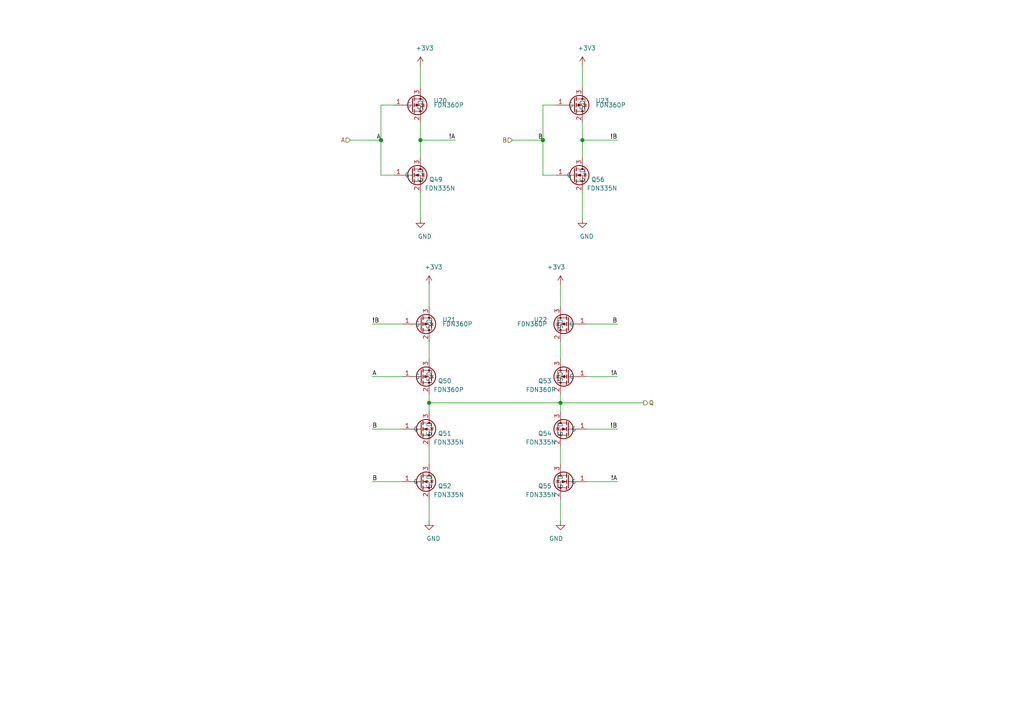
<source format=kicad_sch>
(kicad_sch (version 20200828) (generator eeschema)
  (page 0 26)
  (paper "A4")
  (lib_symbols
    (symbol "Custom_Transistors:FDN335N"
      (property "Reference" "Q" (at 9.525 -13.97 0))
      (property "Value" "FDN335N" (at 9.525 -13.97 0))
      (symbol "FDN335N_0_1"
        (circle (center -0.889 0) (radius 2.794) (stroke (width 0.254)))
        (circle (center 0 -1.778) (radius 0.254) (fill (type outline)))
        (circle (center 0 1.778) (radius 0.254) (fill (type outline)))
        (polyline (pts (xy -2.286 0) (xy -5.08 0)))
        (polyline (pts (xy -2.286 1.905) (xy -2.286 -1.905)) (stroke (width 0.254)))
        (polyline (pts (xy -1.778 -1.27) (xy -1.778 -2.286)) (stroke (width 0.254)))
        (polyline (pts (xy -1.778 0.508) (xy -1.778 -0.508)) (stroke (width 0.254)))
        (polyline (pts (xy -1.778 2.286) (xy -1.778 1.27)) (stroke (width 0.254)))
        (polyline (pts (xy 0 2.54) (xy 0 1.778)))
        (polyline (pts (xy 0 -2.54) (xy 0 0) (xy -1.778 0)))
        (polyline (pts (xy -1.778 -1.778) (xy 0.762 -1.778) (xy 0.762 1.778) (xy -1.778 1.778)))
        (polyline (pts (xy -1.524 0) (xy -0.508 0.381) (xy -0.508 -0.381) (xy -1.524 0)) (fill (type outline)))
        (polyline (pts (xy 0.254 0.508) (xy 0.381 0.381) (xy 1.143 0.381) (xy 1.27 0.254)))
        (polyline (pts (xy 0.762 0.381) (xy 0.381 -0.254) (xy 1.143 -0.254) (xy 0.762 0.381)))
      )
      (symbol "FDN335N_1_1"
        (pin passive line (at 0 5.08 270) (length 2.54) (name "D") (number "3"))
        (pin input line (at -7.62 0 0) (length 2.54) (name "G") (number "1"))
        (pin passive line (at 0 -5.08 90) (length 2.54) (name "S") (number "2"))
      )
    )
    (symbol "Custom_Transistors:FDN360P" (pin_names (offset 1.016))
      (property "Reference" "Q" (at 27.94 -11.43 0))
      (property "Value" "FDN360P" (at 27.94 -11.43 0))
      (symbol "FDN360P_0_1"
        (circle (center -0.889 0) (radius 2.794) (stroke (width 0.254)))
        (circle (center 0 -1.778) (radius 0.254) (fill (type outline)))
        (circle (center 0 1.778) (radius 0.254) (fill (type outline)))
        (polyline (pts (xy -2.286 0) (xy -5.08 0)))
        (polyline (pts (xy -2.286 1.905) (xy -2.286 -1.905)) (stroke (width 0.254)))
        (polyline (pts (xy -1.778 -1.27) (xy -1.778 -2.286)) (stroke (width 0.254)))
        (polyline (pts (xy -1.778 0.508) (xy -1.778 -0.508)) (stroke (width 0.254)))
        (polyline (pts (xy -1.778 2.286) (xy -1.778 1.27)) (stroke (width 0.254)))
        (polyline (pts (xy 0 2.54) (xy 0 1.778)))
        (polyline (pts (xy 0 -2.54) (xy 0 0) (xy -1.778 0)))
        (polyline (pts (xy -1.778 1.778) (xy 0.762 1.778) (xy 0.762 -1.778) (xy -1.778 -1.778)))
        (polyline (pts (xy -0.254 0) (xy -1.27 0.381) (xy -1.27 -0.381) (xy -0.254 0)) (fill (type outline)))
        (polyline (pts (xy 0.254 -0.508) (xy 0.381 -0.381) (xy 1.143 -0.381) (xy 1.27 -0.254)))
        (polyline (pts (xy 0.762 -0.381) (xy 0.381 0.254) (xy 1.143 0.254) (xy 0.762 -0.381)))
      )
      (symbol "FDN360P_1_1"
        (pin passive line (at 0 5.08 270) (length 2.54) (name "D") (number "3"))
        (pin input line (at -7.62 0 0) (length 2.54) (name "G") (number "1"))
        (pin passive line (at 0 -5.08 90) (length 2.54) (name "S") (number "2"))
      )
    )
    (symbol "power:+3V3" (power) (pin_names (offset 0))
      (property "Value" "+3V3" (at 0 3.556 0))
      (symbol "+3V3_0_1"
        (polyline (pts (xy -0.762 1.27) (xy 0 2.54)))
        (polyline (pts (xy 0 0) (xy 0 2.54)))
        (polyline (pts (xy 0 2.54) (xy 0.762 1.27)))
      )
      (symbol "+3V3_1_1"
        (pin power_in line (at 0 0 90) (length 0) hide (name "+3V3") (number "1"))
      )
    )
    (symbol "power:GND" (power) (pin_names (offset 0))
      (property "Value" "GND" (at 0 -3.81 0))
      (symbol "GND_0_1"
        (polyline (pts (xy 0 0) (xy 0 -1.27) (xy 1.27 -1.27) (xy 0 -2.54) (xy -1.27 -1.27) (xy 0 -1.27)))
      )
      (symbol "GND_1_1"
        (pin power_in line (at 0 0 270) (length 0) hide (name "GND") (number "1"))
      )
    )
  )
  (junction (at 110.49 40.64) (diameter 1.016))
  (junction (at 121.92 40.64) (diameter 1.016))
  (junction (at 124.46 116.84) (diameter 1.016))
  (junction (at 157.48 40.64) (diameter 1.016))
  (junction (at 162.56 116.84) (diameter 1.016))
  (junction (at 168.91 40.64) (diameter 1.016))
  (wire (pts (xy 101.6 40.64) (xy 110.49 40.64)))
  (wire (pts (xy 107.95 93.98) (xy 116.84 93.98)))
  (wire (pts (xy 107.95 109.22) (xy 116.84 109.22)))
  (wire (pts (xy 107.95 124.46) (xy 116.84 124.46)))
  (wire (pts (xy 107.95 139.7) (xy 116.84 139.7)))
  (wire (pts (xy 110.49 30.48) (xy 110.49 40.64)))
  (wire (pts (xy 110.49 40.64) (xy 110.49 50.8)))
  (wire (pts (xy 110.49 50.8) (xy 114.3 50.8)))
  (wire (pts (xy 114.3 30.48) (xy 110.49 30.48)))
  (wire (pts (xy 121.92 19.05) (xy 121.92 25.4)))
  (wire (pts (xy 121.92 35.56) (xy 121.92 40.64)))
  (wire (pts (xy 121.92 40.64) (xy 121.92 45.72)))
  (wire (pts (xy 121.92 40.64) (xy 132.08 40.64)))
  (wire (pts (xy 121.92 55.88) (xy 121.92 63.5)))
  (wire (pts (xy 124.46 82.55) (xy 124.46 88.9)))
  (wire (pts (xy 124.46 104.14) (xy 124.46 99.06)))
  (wire (pts (xy 124.46 116.84) (xy 124.46 114.3)))
  (wire (pts (xy 124.46 116.84) (xy 162.56 116.84)))
  (wire (pts (xy 124.46 119.38) (xy 124.46 116.84)))
  (wire (pts (xy 124.46 134.62) (xy 124.46 129.54)))
  (wire (pts (xy 124.46 144.78) (xy 124.46 151.13)))
  (wire (pts (xy 148.59 40.64) (xy 157.48 40.64)))
  (wire (pts (xy 157.48 30.48) (xy 157.48 40.64)))
  (wire (pts (xy 157.48 40.64) (xy 157.48 50.8)))
  (wire (pts (xy 157.48 50.8) (xy 161.29 50.8)))
  (wire (pts (xy 161.29 30.48) (xy 157.48 30.48)))
  (wire (pts (xy 162.56 82.55) (xy 162.56 88.9)))
  (wire (pts (xy 162.56 104.14) (xy 162.56 99.06)))
  (wire (pts (xy 162.56 116.84) (xy 162.56 114.3)))
  (wire (pts (xy 162.56 116.84) (xy 186.69 116.84)))
  (wire (pts (xy 162.56 119.38) (xy 162.56 116.84)))
  (wire (pts (xy 162.56 134.62) (xy 162.56 129.54)))
  (wire (pts (xy 162.56 144.78) (xy 162.56 151.13)))
  (wire (pts (xy 168.91 19.05) (xy 168.91 25.4)))
  (wire (pts (xy 168.91 35.56) (xy 168.91 40.64)))
  (wire (pts (xy 168.91 40.64) (xy 168.91 45.72)))
  (wire (pts (xy 168.91 40.64) (xy 179.07 40.64)))
  (wire (pts (xy 168.91 55.88) (xy 168.91 63.5)))
  (wire (pts (xy 179.07 93.98) (xy 170.18 93.98)))
  (wire (pts (xy 179.07 109.22) (xy 170.18 109.22)))
  (wire (pts (xy 179.07 124.46) (xy 170.18 124.46)))
  (wire (pts (xy 179.07 139.7) (xy 170.18 139.7)))
  (label "!B" (at 107.95 93.98 0))
  (label "A" (at 107.95 109.22 0))
  (label "B" (at 107.95 124.46 0))
  (label "B" (at 107.95 139.7 0))
  (label "A" (at 110.49 40.64 180))
  (label "!A" (at 132.08 40.64 180))
  (label "B" (at 157.48 40.64 180))
  (label "!B" (at 179.07 40.64 180))
  (label "B" (at 179.07 93.98 180))
  (label "!A" (at 179.07 109.22 180))
  (label "!B" (at 179.07 124.46 180))
  (label "!A" (at 179.07 139.7 180))
  (hierarchical_label "A" (shape input) (at 101.6 40.64 180))
  (hierarchical_label "B" (shape input) (at 148.59 40.64 180))
  (hierarchical_label "Q" (shape output) (at 186.69 116.84 0))
  (symbol (lib_id "power:+3V3") (at 121.92 19.05 0)
    (property "Reference" "#PWR0168" (effects hide))
    (property "Value" "+3V3" (at 123.19 13.97 0))
  )
  (symbol (lib_id "power:+3V3") (at 124.46 82.55 0)
    (property "Reference" "#PWR0169" (effects hide))
    (property "Value" "+3V3" (at 125.73 77.47 0))
  )
  (symbol (lib_id "power:+3V3") (at 162.56 82.55 0) (mirror y)
    (property "Reference" "#PWR0172" (effects hide))
    (property "Value" "+3V3" (at 161.29 77.47 0))
  )
  (symbol (lib_id "power:+3V3") (at 168.91 19.05 0)
    (property "Reference" "#PWR0167" (effects hide))
    (property "Value" "+3V3" (at 170.18 13.97 0))
  )
  (symbol (lib_id "power:GND") (at 121.92 63.5 0)
    (property "Reference" "#PWR0166" (effects hide))
    (property "Value" "GND" (at 123.19 68.58 0))
  )
  (symbol (lib_id "power:GND") (at 124.46 151.13 0)
    (property "Reference" "#PWR0171" (effects hide))
    (property "Value" "GND" (at 125.73 156.21 0))
  )
  (symbol (lib_id "power:GND") (at 162.56 151.13 0) (mirror y)
    (property "Reference" "#PWR0170" (effects hide))
    (property "Value" "GND" (at 161.29 156.21 0))
  )
  (symbol (lib_id "power:GND") (at 168.91 63.5 0)
    (property "Reference" "#PWR0165" (effects hide))
    (property "Value" "GND" (at 170.18 68.58 0))
  )
  (symbol (lib_id "Custom_Transistors:FDN360P") (at 121.92 30.48 0)
    (property "Reference" "U20" (at 125.73 29.21 0) (effects (justify left)))
    (property "Value" "FDN360P" (at 125.73 30.48 0) (effects (justify left)))
    (property "Footprint" "Package_TO_SOT_SMD:SOT-23" (effects hide))
  )
  (symbol (lib_id "Custom_Transistors:FDN335N") (at 121.92 50.8 0)
    (property "Reference" "Q49" (at 124.46 52.07 0) (effects (justify left)))
    (property "Value" "FDN335N" (at 123.19 54.61 0) (effects (justify left)))
    (property "Footprint" "Package_TO_SOT_SMD:SOT-23" (effects hide))
    (property "Datasheet" "https://datasheet.lcsc.com/szlcsc/ON-Semicon-ON-FDN335N_C241804.pdf" (effects hide))
  )
  (symbol (lib_id "Custom_Transistors:FDN360P") (at 124.46 93.98 0)
    (property "Reference" "U21" (at 128.27 92.71 0) (effects (justify left)))
    (property "Value" "FDN360P" (at 128.27 93.98 0) (effects (justify left)))
    (property "Footprint" "Package_TO_SOT_SMD:SOT-23" (effects hide))
  )
  (symbol (lib_id "Custom_Transistors:FDN360P") (at 124.46 109.22 0)
    (property "Reference" "Q50" (at 127 110.49 0) (effects (justify left)))
    (property "Value" "FDN360P" (at 125.73 113.03 0) (effects (justify left)))
    (property "Footprint" "Package_TO_SOT_SMD:SOT-23" (effects hide))
  )
  (symbol (lib_id "Custom_Transistors:FDN335N") (at 124.46 124.46 0)
    (property "Reference" "Q51" (at 127 125.73 0) (effects (justify left)))
    (property "Value" "FDN335N" (at 125.73 128.27 0) (effects (justify left)))
    (property "Footprint" "Package_TO_SOT_SMD:SOT-23" (effects hide))
    (property "Datasheet" "https://datasheet.lcsc.com/szlcsc/ON-Semicon-ON-FDN335N_C241804.pdf" (effects hide))
  )
  (symbol (lib_id "Custom_Transistors:FDN335N") (at 124.46 139.7 0)
    (property "Reference" "Q52" (at 127 140.97 0) (effects (justify left)))
    (property "Value" "FDN335N" (at 125.73 143.51 0) (effects (justify left)))
    (property "Footprint" "Package_TO_SOT_SMD:SOT-23" (effects hide))
    (property "Datasheet" "https://datasheet.lcsc.com/szlcsc/ON-Semicon-ON-FDN335N_C241804.pdf" (effects hide))
  )
  (symbol (lib_id "Custom_Transistors:FDN360P") (at 162.56 93.98 0) (mirror y)
    (property "Reference" "U22" (at 158.75 92.71 0) (effects (justify left)))
    (property "Value" "FDN360P" (at 158.75 93.98 0) (effects (justify left)))
    (property "Footprint" "Package_TO_SOT_SMD:SOT-23" (effects hide))
  )
  (symbol (lib_id "Custom_Transistors:FDN360P") (at 162.56 109.22 0) (mirror y)
    (property "Reference" "Q53" (at 160.02 110.49 0) (effects (justify left)))
    (property "Value" "FDN360P" (at 161.29 113.03 0) (effects (justify left)))
    (property "Footprint" "Package_TO_SOT_SMD:SOT-23" (effects hide))
  )
  (symbol (lib_id "Custom_Transistors:FDN335N") (at 162.56 124.46 0) (mirror y)
    (property "Reference" "Q54" (at 160.02 125.73 0) (effects (justify left)))
    (property "Value" "FDN335N" (at 161.29 128.27 0) (effects (justify left)))
    (property "Footprint" "Package_TO_SOT_SMD:SOT-23" (effects hide))
    (property "Datasheet" "https://datasheet.lcsc.com/szlcsc/ON-Semicon-ON-FDN335N_C241804.pdf" (effects hide))
  )
  (symbol (lib_id "Custom_Transistors:FDN335N") (at 162.56 139.7 0) (mirror y)
    (property "Reference" "Q55" (at 160.02 140.97 0) (effects (justify left)))
    (property "Value" "FDN335N" (at 161.29 143.51 0) (effects (justify left)))
    (property "Footprint" "Package_TO_SOT_SMD:SOT-23" (effects hide))
    (property "Datasheet" "https://datasheet.lcsc.com/szlcsc/ON-Semicon-ON-FDN335N_C241804.pdf" (effects hide))
  )
  (symbol (lib_id "Custom_Transistors:FDN360P") (at 168.91 30.48 0)
    (property "Reference" "U23" (at 172.72 29.21 0) (effects (justify left)))
    (property "Value" "FDN360P" (at 172.72 30.48 0) (effects (justify left)))
    (property "Footprint" "Package_TO_SOT_SMD:SOT-23" (effects hide))
  )
  (symbol (lib_id "Custom_Transistors:FDN335N") (at 168.91 50.8 0)
    (property "Reference" "Q56" (at 171.45 52.07 0) (effects (justify left)))
    (property "Value" "FDN335N" (at 170.18 54.61 0) (effects (justify left)))
    (property "Footprint" "Package_TO_SOT_SMD:SOT-23" (effects hide))
    (property "Datasheet" "https://datasheet.lcsc.com/szlcsc/ON-Semicon-ON-FDN335N_C241804.pdf" (effects hide))
  )
)
</source>
